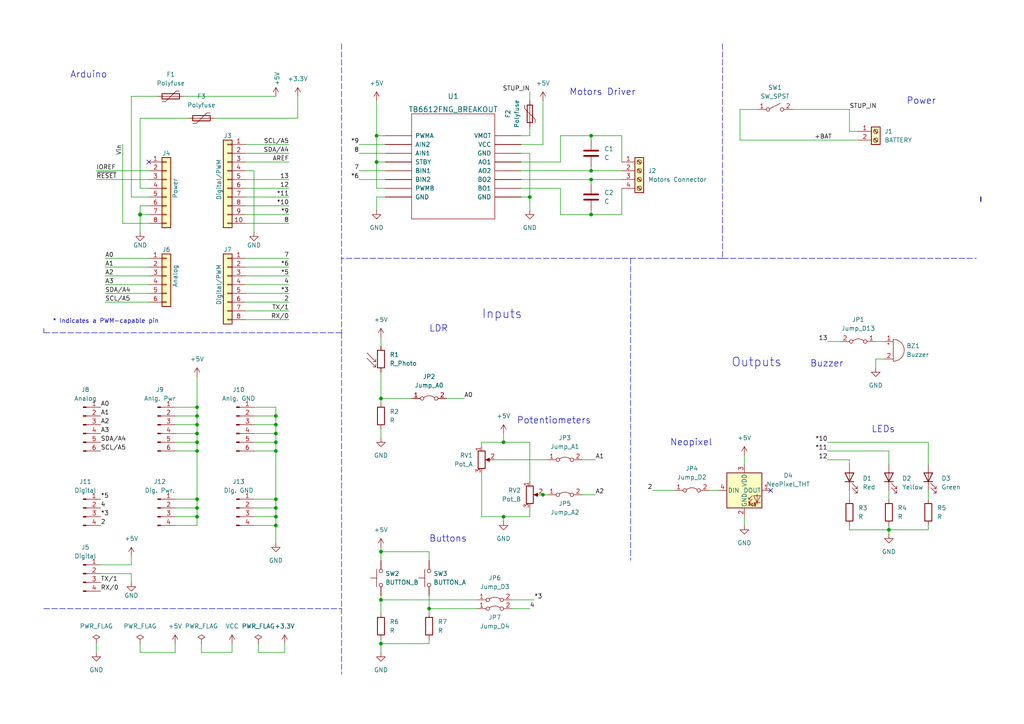
<source format=kicad_sch>
(kicad_sch (version 20211123) (generator eeschema)
  (paper "A4")
  (title_block (date "mar. 31 mars 2015"))
  (lib_symbols
    (symbol "Connector:Conn_01x04_Male" (pin_names (offset 1.016) hide)
      (property "Reference" "J" (at 0 5.08 0))
      (property "Value" "Conn_01x04_Male" (at 0 -7.62 0))
      (symbol "Conn_01x04_Male_1_1"
        (polyline (pts (xy 1.27 -5.08) (xy 0.8636 -5.08)) (stroke (width 0.1524)))
        (polyline (pts (xy 1.27 -2.54) (xy 0.8636 -2.54)) (stroke (width 0.1524)))
        (polyline (pts (xy 1.27 0) (xy 0.8636 0)) (stroke (width 0.1524)))
        (polyline (pts (xy 1.27 2.54) (xy 0.8636 2.54)) (stroke (width 0.1524)))
        (rectangle (start 0.8636 -4.953) (end 0 -5.207) (stroke (width 0.1524)) (fill (type outline)))
        (rectangle (start 0.8636 -2.413) (end 0 -2.667) (stroke (width 0.1524)) (fill (type outline)))
        (rectangle (start 0.8636 0.127) (end 0 -0.127) (stroke (width 0.1524)) (fill (type outline)))
        (rectangle (start 0.8636 2.667) (end 0 2.413) (stroke (width 0.1524)) (fill (type outline)))
        (pin passive line (at 5.08 2.54 180) (length 3.81) (name "Pin_1") (number "1"))
        (pin passive line (at 5.08 0 180) (length 3.81) (name "Pin_2") (number "2"))
        (pin passive line (at 5.08 -2.54 180) (length 3.81) (name "Pin_3") (number "3"))
        (pin passive line (at 5.08 -5.08 180) (length 3.81) (name "Pin_4") (number "4"))
      )
    )
    (symbol "Connector:Conn_01x06_Male" (pin_names (offset 1.016) hide)
      (property "Reference" "J" (at 0 7.62 0))
      (property "Value" "Conn_01x06_Male" (at 0 -10.16 0))
      (symbol "Conn_01x06_Male_1_1"
        (polyline (pts (xy 1.27 -7.62) (xy 0.8636 -7.62)) (stroke (width 0.1524)))
        (polyline (pts (xy 1.27 -5.08) (xy 0.8636 -5.08)) (stroke (width 0.1524)))
        (polyline (pts (xy 1.27 -2.54) (xy 0.8636 -2.54)) (stroke (width 0.1524)))
        (polyline (pts (xy 1.27 0) (xy 0.8636 0)) (stroke (width 0.1524)))
        (polyline (pts (xy 1.27 2.54) (xy 0.8636 2.54)) (stroke (width 0.1524)))
        (polyline (pts (xy 1.27 5.08) (xy 0.8636 5.08)) (stroke (width 0.1524)))
        (rectangle (start 0.8636 -7.493) (end 0 -7.747) (stroke (width 0.1524)) (fill (type outline)))
        (rectangle (start 0.8636 -4.953) (end 0 -5.207) (stroke (width 0.1524)) (fill (type outline)))
        (rectangle (start 0.8636 -2.413) (end 0 -2.667) (stroke (width 0.1524)) (fill (type outline)))
        (rectangle (start 0.8636 0.127) (end 0 -0.127) (stroke (width 0.1524)) (fill (type outline)))
        (rectangle (start 0.8636 2.667) (end 0 2.413) (stroke (width 0.1524)) (fill (type outline)))
        (rectangle (start 0.8636 5.207) (end 0 4.953) (stroke (width 0.1524)) (fill (type outline)))
        (pin passive line (at 5.08 5.08 180) (length 3.81) (name "Pin_1") (number "1"))
        (pin passive line (at 5.08 2.54 180) (length 3.81) (name "Pin_2") (number "2"))
        (pin passive line (at 5.08 0 180) (length 3.81) (name "Pin_3") (number "3"))
        (pin passive line (at 5.08 -2.54 180) (length 3.81) (name "Pin_4") (number "4"))
        (pin passive line (at 5.08 -5.08 180) (length 3.81) (name "Pin_5") (number "5"))
        (pin passive line (at 5.08 -7.62 180) (length 3.81) (name "Pin_6") (number "6"))
      )
    )
    (symbol "Connector:Screw_Terminal_01x02" (pin_names (offset 1.016) hide)
      (property "Reference" "J" (at 0 2.54 0))
      (property "Value" "Screw_Terminal_01x02" (at 0 -5.08 0))
      (symbol "Screw_Terminal_01x02_1_1"
        (rectangle (start -1.27 1.27) (end 1.27 -3.81) (stroke (width 0.254)) (fill (type background)))
        (circle (center 0 -2.54) (radius 0.635) (stroke (width 0.1524)))
        (polyline (pts (xy -0.5334 -2.2098) (xy 0.3302 -3.048)) (stroke (width 0.1524)))
        (polyline (pts (xy -0.5334 0.3302) (xy 0.3302 -0.508)) (stroke (width 0.1524)))
        (polyline (pts (xy -0.3556 -2.032) (xy 0.508 -2.8702)) (stroke (width 0.1524)))
        (polyline (pts (xy -0.3556 0.508) (xy 0.508 -0.3302)) (stroke (width 0.1524)))
        (circle (center 0 0) (radius 0.635) (stroke (width 0.1524)))
        (pin passive line (at -5.08 0 0) (length 3.81) (name "Pin_1") (number "1"))
        (pin passive line (at -5.08 -2.54 0) (length 3.81) (name "Pin_2") (number "2"))
      )
    )
    (symbol "Connector:Screw_Terminal_01x04" (pin_names (offset 1.016) hide)
      (property "Reference" "J" (at 0 5.08 0))
      (property "Value" "Screw_Terminal_01x04" (at 0 -7.62 0))
      (symbol "Screw_Terminal_01x04_1_1"
        (rectangle (start -1.27 3.81) (end 1.27 -6.35) (stroke (width 0.254)) (fill (type background)))
        (circle (center 0 -5.08) (radius 0.635) (stroke (width 0.1524)))
        (circle (center 0 -2.54) (radius 0.635) (stroke (width 0.1524)))
        (polyline (pts (xy -0.5334 -4.7498) (xy 0.3302 -5.588)) (stroke (width 0.1524)))
        (polyline (pts (xy -0.5334 -2.2098) (xy 0.3302 -3.048)) (stroke (width 0.1524)))
        (polyline (pts (xy -0.5334 0.3302) (xy 0.3302 -0.508)) (stroke (width 0.1524)))
        (polyline (pts (xy -0.5334 2.8702) (xy 0.3302 2.032)) (stroke (width 0.1524)))
        (polyline (pts (xy -0.3556 -4.572) (xy 0.508 -5.4102)) (stroke (width 0.1524)))
        (polyline (pts (xy -0.3556 -2.032) (xy 0.508 -2.8702)) (stroke (width 0.1524)))
        (polyline (pts (xy -0.3556 0.508) (xy 0.508 -0.3302)) (stroke (width 0.1524)))
        (polyline (pts (xy -0.3556 3.048) (xy 0.508 2.2098)) (stroke (width 0.1524)))
        (circle (center 0 0) (radius 0.635) (stroke (width 0.1524)))
        (circle (center 0 2.54) (radius 0.635) (stroke (width 0.1524)))
        (pin passive line (at -5.08 2.54 0) (length 3.81) (name "Pin_1") (number "1"))
        (pin passive line (at -5.08 0 0) (length 3.81) (name "Pin_2") (number "2"))
        (pin passive line (at -5.08 -2.54 0) (length 3.81) (name "Pin_3") (number "3"))
        (pin passive line (at -5.08 -5.08 0) (length 3.81) (name "Pin_4") (number "4"))
      )
    )
    (symbol "Connector_Generic:Conn_01x06" (pin_names (offset 1.016) hide)
      (property "Reference" "J" (at 0 7.62 0))
      (property "Value" "Conn_01x06" (at 0 -10.16 0))
      (symbol "Conn_01x06_1_1"
        (rectangle (start -1.27 -7.493) (end 0 -7.747) (stroke (width 0.1524)))
        (rectangle (start -1.27 -4.953) (end 0 -5.207) (stroke (width 0.1524)))
        (rectangle (start -1.27 -2.413) (end 0 -2.667) (stroke (width 0.1524)))
        (rectangle (start -1.27 0.127) (end 0 -0.127) (stroke (width 0.1524)))
        (rectangle (start -1.27 2.667) (end 0 2.413) (stroke (width 0.1524)))
        (rectangle (start -1.27 5.207) (end 0 4.953) (stroke (width 0.1524)))
        (rectangle (start -1.27 6.35) (end 1.27 -8.89) (stroke (width 0.254)) (fill (type background)))
        (pin passive line (at -5.08 5.08 0) (length 3.81) (name "Pin_1") (number "1"))
        (pin passive line (at -5.08 2.54 0) (length 3.81) (name "Pin_2") (number "2"))
        (pin passive line (at -5.08 0 0) (length 3.81) (name "Pin_3") (number "3"))
        (pin passive line (at -5.08 -2.54 0) (length 3.81) (name "Pin_4") (number "4"))
        (pin passive line (at -5.08 -5.08 0) (length 3.81) (name "Pin_5") (number "5"))
        (pin passive line (at -5.08 -7.62 0) (length 3.81) (name "Pin_6") (number "6"))
      )
    )
    (symbol "Connector_Generic:Conn_01x08" (pin_names (offset 1.016) hide)
      (property "Reference" "J" (at 0 10.16 0))
      (property "Value" "Conn_01x08" (at 0 -12.7 0))
      (symbol "Conn_01x08_1_1"
        (rectangle (start -1.27 -10.033) (end 0 -10.287) (stroke (width 0.1524)))
        (rectangle (start -1.27 -7.493) (end 0 -7.747) (stroke (width 0.1524)))
        (rectangle (start -1.27 -4.953) (end 0 -5.207) (stroke (width 0.1524)))
        (rectangle (start -1.27 -2.413) (end 0 -2.667) (stroke (width 0.1524)))
        (rectangle (start -1.27 0.127) (end 0 -0.127) (stroke (width 0.1524)))
        (rectangle (start -1.27 2.667) (end 0 2.413) (stroke (width 0.1524)))
        (rectangle (start -1.27 5.207) (end 0 4.953) (stroke (width 0.1524)))
        (rectangle (start -1.27 7.747) (end 0 7.493) (stroke (width 0.1524)))
        (rectangle (start -1.27 8.89) (end 1.27 -11.43) (stroke (width 0.254)) (fill (type background)))
        (pin passive line (at -5.08 7.62 0) (length 3.81) (name "Pin_1") (number "1"))
        (pin passive line (at -5.08 5.08 0) (length 3.81) (name "Pin_2") (number "2"))
        (pin passive line (at -5.08 2.54 0) (length 3.81) (name "Pin_3") (number "3"))
        (pin passive line (at -5.08 0 0) (length 3.81) (name "Pin_4") (number "4"))
        (pin passive line (at -5.08 -2.54 0) (length 3.81) (name "Pin_5") (number "5"))
        (pin passive line (at -5.08 -5.08 0) (length 3.81) (name "Pin_6") (number "6"))
        (pin passive line (at -5.08 -7.62 0) (length 3.81) (name "Pin_7") (number "7"))
        (pin passive line (at -5.08 -10.16 0) (length 3.81) (name "Pin_8") (number "8"))
      )
    )
    (symbol "Connector_Generic:Conn_01x10" (pin_names (offset 1.016) hide)
      (property "Reference" "J" (at 0 12.7 0))
      (property "Value" "Conn_01x10" (at 0 -15.24 0))
      (symbol "Conn_01x10_1_1"
        (rectangle (start -1.27 -12.573) (end 0 -12.827) (stroke (width 0.1524)))
        (rectangle (start -1.27 -10.033) (end 0 -10.287) (stroke (width 0.1524)))
        (rectangle (start -1.27 -7.493) (end 0 -7.747) (stroke (width 0.1524)))
        (rectangle (start -1.27 -4.953) (end 0 -5.207) (stroke (width 0.1524)))
        (rectangle (start -1.27 -2.413) (end 0 -2.667) (stroke (width 0.1524)))
        (rectangle (start -1.27 0.127) (end 0 -0.127) (stroke (width 0.1524)))
        (rectangle (start -1.27 2.667) (end 0 2.413) (stroke (width 0.1524)))
        (rectangle (start -1.27 5.207) (end 0 4.953) (stroke (width 0.1524)))
        (rectangle (start -1.27 7.747) (end 0 7.493) (stroke (width 0.1524)))
        (rectangle (start -1.27 10.287) (end 0 10.033) (stroke (width 0.1524)))
        (rectangle (start -1.27 11.43) (end 1.27 -13.97) (stroke (width 0.254)) (fill (type background)))
        (pin passive line (at -5.08 10.16 0) (length 3.81) (name "Pin_1") (number "1"))
        (pin passive line (at -5.08 -12.7 0) (length 3.81) (name "Pin_10") (number "10"))
        (pin passive line (at -5.08 7.62 0) (length 3.81) (name "Pin_2") (number "2"))
        (pin passive line (at -5.08 5.08 0) (length 3.81) (name "Pin_3") (number "3"))
        (pin passive line (at -5.08 2.54 0) (length 3.81) (name "Pin_4") (number "4"))
        (pin passive line (at -5.08 0 0) (length 3.81) (name "Pin_5") (number "5"))
        (pin passive line (at -5.08 -2.54 0) (length 3.81) (name "Pin_6") (number "6"))
        (pin passive line (at -5.08 -5.08 0) (length 3.81) (name "Pin_7") (number "7"))
        (pin passive line (at -5.08 -7.62 0) (length 3.81) (name "Pin_8") (number "8"))
        (pin passive line (at -5.08 -10.16 0) (length 3.81) (name "Pin_9") (number "9"))
      )
    )
    (symbol "Device:Buzzer" (pin_names (offset 0.0254) hide)
      (property "Reference" "BZ" (at 3.81 1.27 0))
      (property "Value" "Buzzer" (at 3.81 -1.27 0))
      (symbol "Buzzer_0_1"
        (arc (start 0 -3.175) (mid 3.175 0) (end 0 3.175))
        (polyline (pts (xy -1.651 1.905) (xy -1.143 1.905)))
        (polyline (pts (xy -1.397 2.159) (xy -1.397 1.651)))
        (polyline (pts (xy 0 3.175) (xy 0 -3.175)))
      )
      (symbol "Buzzer_1_1"
        (pin passive line (at -2.54 2.54 0) (length 2.54) (name "-") (number "1"))
        (pin passive line (at -2.54 -2.54 0) (length 2.54) (name "+") (number "2"))
      )
    )
    (symbol "Device:C" (pin_numbers hide) (pin_names (offset 0.254))
      (property "Reference" "C" (at 0.635 2.54 0))
      (property "Value" "C" (at 0.635 -2.54 0))
      (symbol "C_0_1"
        (polyline (pts (xy -2.032 -0.762) (xy 2.032 -0.762)) (stroke (width 0.508)))
        (polyline (pts (xy -2.032 0.762) (xy 2.032 0.762)) (stroke (width 0.508)))
      )
      (symbol "C_1_1"
        (pin passive line (at 0 3.81 270) (length 2.794) (name "~") (number "1"))
        (pin passive line (at 0 -3.81 90) (length 2.794) (name "~") (number "2"))
      )
    )
    (symbol "Device:LED" (pin_numbers hide) (pin_names (offset 1.016) hide)
      (property "Reference" "D" (at 0 2.54 0))
      (property "Value" "LED" (at 0 -2.54 0))
      (symbol "LED_0_1"
        (polyline (pts (xy -1.27 -1.27) (xy -1.27 1.27)) (stroke (width 0.254)))
        (polyline (pts (xy -1.27 0) (xy 1.27 0)))
        (polyline (pts (xy 1.27 -1.27) (xy 1.27 1.27) (xy -1.27 0) (xy 1.27 -1.27)) (stroke (width 0.254)))
        (polyline (pts (xy -3.048 -0.762) (xy -4.572 -2.286) (xy -3.81 -2.286) (xy -4.572 -2.286) (xy -4.572 -1.524)))
        (polyline (pts (xy -1.778 -0.762) (xy -3.302 -2.286) (xy -2.54 -2.286) (xy -3.302 -2.286) (xy -3.302 -1.524)))
      )
      (symbol "LED_1_1"
        (pin passive line (at -3.81 0 0) (length 2.54) (name "K") (number "1"))
        (pin passive line (at 3.81 0 180) (length 2.54) (name "A") (number "2"))
      )
    )
    (symbol "Device:Polyfuse" (pin_numbers hide) (pin_names (offset 0))
      (property "Reference" "F" (at -2.54 0 90))
      (property "Value" "Polyfuse" (at 2.54 0 90))
      (symbol "Polyfuse_0_1"
        (rectangle (start -0.762 2.54) (end 0.762 -2.54) (stroke (width 0.254)))
        (polyline (pts (xy 0 2.54) (xy 0 -2.54)))
        (polyline (pts (xy -1.524 2.54) (xy -1.524 1.524) (xy 1.524 -1.524) (xy 1.524 -2.54)))
      )
      (symbol "Polyfuse_1_1"
        (pin passive line (at 0 3.81 270) (length 1.27) (name "~") (number "1"))
        (pin passive line (at 0 -3.81 90) (length 1.27) (name "~") (number "2"))
      )
    )
    (symbol "Device:R" (pin_numbers hide) (pin_names (offset 0))
      (property "Reference" "R" (at 2.032 0 90))
      (property "Value" "R" (at 0 0 90))
      (symbol "R_0_1"
        (rectangle (start -1.016 -2.54) (end 1.016 2.54) (stroke (width 0.254)))
      )
      (symbol "R_1_1"
        (pin passive line (at 0 3.81 270) (length 1.27) (name "~") (number "1"))
        (pin passive line (at 0 -3.81 90) (length 1.27) (name "~") (number "2"))
      )
    )
    (symbol "Device:R_Photo" (pin_numbers hide) (pin_names (offset 0))
      (property "Reference" "R" (at 1.27 1.27 0))
      (property "Value" "R_Photo" (at 1.27 0 0))
      (symbol "R_Photo_0_1"
        (rectangle (start -1.016 2.54) (end 1.016 -2.54) (stroke (width 0.254)))
        (polyline (pts (xy -1.524 -2.286) (xy -4.064 0.254)))
        (polyline (pts (xy -1.524 -2.286) (xy -2.286 -2.286)))
        (polyline (pts (xy -1.524 -2.286) (xy -1.524 -1.524)))
        (polyline (pts (xy -1.524 -0.762) (xy -4.064 1.778)))
        (polyline (pts (xy -1.524 -0.762) (xy -2.286 -0.762)))
        (polyline (pts (xy -1.524 -0.762) (xy -1.524 0)))
      )
      (symbol "R_Photo_1_1"
        (pin passive line (at 0 3.81 270) (length 1.27) (name "~") (number "1"))
        (pin passive line (at 0 -3.81 90) (length 1.27) (name "~") (number "2"))
      )
    )
    (symbol "Device:R_Potentiometer" (pin_names (offset 1.016) hide)
      (property "Reference" "RV" (at -4.445 0 90))
      (property "Value" "R_Potentiometer" (at -2.54 0 90))
      (symbol "R_Potentiometer_0_1"
        (polyline (pts (xy 2.54 0) (xy 1.524 0)))
        (polyline (pts (xy 1.143 0) (xy 2.286 0.508) (xy 2.286 -0.508) (xy 1.143 0)) (fill (type outline)))
        (rectangle (start 1.016 2.54) (end -1.016 -2.54) (stroke (width 0.254)))
      )
      (symbol "R_Potentiometer_1_1"
        (pin passive line (at 0 3.81 270) (length 1.27) (name "1") (number "1"))
        (pin passive line (at 3.81 0 180) (length 1.27) (name "2") (number "2"))
        (pin passive line (at 0 -3.81 90) (length 1.27) (name "3") (number "3"))
      )
    )
    (symbol "Jumper:Jumper_2_Bridged" (pin_names (offset 0) hide)
      (property "Reference" "JP" (at 0 1.905 0))
      (property "Value" "Jumper_2_Bridged" (at 0 -2.54 0))
      (symbol "Jumper_2_Bridged_0_0"
        (circle (center -2.032 0) (radius 0.508))
        (circle (center 2.032 0) (radius 0.508))
      )
      (symbol "Jumper_2_Bridged_0_1"
        (arc (start 1.524 0.254) (mid 0 0.762) (end -1.524 0.254))
      )
      (symbol "Jumper_2_Bridged_1_1"
        (pin passive line (at -5.08 0 0) (length 2.54) (name "A") (number "1"))
        (pin passive line (at 5.08 0 180) (length 2.54) (name "B") (number "2"))
      )
    )
    (symbol "LED:NeoPixel_THT" (pin_names (offset 0.254))
      (property "Reference" "D" (at 5.08 5.715 0))
      (property "Value" "NeoPixel_THT" (at 1.27 -5.715 0))
      (symbol "NeoPixel_THT_0_0"
        (text "RGB" (at 2.286 -4.191 0) (effects (font (size 0.762 0.762))))
      )
      (symbol "NeoPixel_THT_0_1"
        (polyline (pts (xy 1.27 -3.556) (xy 1.778 -3.556)))
        (polyline (pts (xy 1.27 -2.54) (xy 1.778 -2.54)))
        (polyline (pts (xy 4.699 -3.556) (xy 2.667 -3.556)))
        (polyline (pts (xy 2.286 -2.54) (xy 1.27 -3.556) (xy 1.27 -3.048)))
        (polyline (pts (xy 2.286 -1.524) (xy 1.27 -2.54) (xy 1.27 -2.032)))
        (polyline (pts (xy 3.683 -1.016) (xy 3.683 -3.556) (xy 3.683 -4.064)))
        (polyline (pts (xy 4.699 -1.524) (xy 2.667 -1.524) (xy 3.683 -3.556) (xy 4.699 -1.524)))
        (rectangle (start 5.08 5.08) (end -5.08 -5.08) (stroke (width 0.254)) (fill (type background)))
      )
      (symbol "NeoPixel_THT_1_1"
        (pin output line (at 7.62 0 180) (length 2.54) (name "DOUT") (number "1"))
        (pin power_in line (at 0 -7.62 90) (length 2.54) (name "GND") (number "2"))
        (pin power_in line (at 0 7.62 270) (length 2.54) (name "VDD") (number "3"))
        (pin input line (at -7.62 0 0) (length 2.54) (name "DIN") (number "4"))
      )
    )
    (symbol "Switch:SW_Push" (pin_numbers hide) (pin_names (offset 1.016) hide)
      (property "Reference" "SW" (at 1.27 2.54 0))
      (property "Value" "SW_Push" (at 0 -1.524 0))
      (symbol "SW_Push_0_1"
        (circle (center -2.032 0) (radius 0.508))
        (polyline (pts (xy 0 1.27) (xy 0 3.048)))
        (polyline (pts (xy 2.54 1.27) (xy -2.54 1.27)))
        (circle (center 2.032 0) (radius 0.508))
        (pin passive line (at -5.08 0 0) (length 2.54) (name "1") (number "1"))
        (pin passive line (at 5.08 0 180) (length 2.54) (name "2") (number "2"))
      )
    )
    (symbol "Switch:SW_SPST" (pin_names (offset 0) hide)
      (property "Reference" "SW" (at 0 3.175 0))
      (property "Value" "SW_SPST" (at 0 -2.54 0))
      (symbol "SW_SPST_0_0"
        (circle (center -2.032 0) (radius 0.508))
        (polyline (pts (xy -1.524 0.254) (xy 1.524 1.778)))
        (circle (center 2.032 0) (radius 0.508))
      )
      (symbol "SW_SPST_1_1"
        (pin passive line (at -5.08 0 0) (length 2.54) (name "A") (number "1"))
        (pin passive line (at 5.08 0 180) (length 2.54) (name "B") (number "2"))
      )
    )
    (symbol "bl_kicad:TB6612FNG_BREAKOUT" (pin_numbers hide) (pin_names (offset 1.016))
      (property "Reference" "U" (at 13.97 15.24 0))
      (property "Value" "TB6612FNG_BREAKOUT" (at 0 1.27 90))
      (symbol "TB6612FNG_BREAKOUT_0_1"
        (rectangle (start -12.7 16.51) (end 11.43 -13.97))
      )
      (symbol "TB6612FNG_BREAKOUT_1_1"
        (pin input line (at -20.32 10.16 0) (length 7.62) (name "VMOT") (number "1"))
        (pin input line (at 19.05 -5.08 180) (length 7.62) (name "PWMB") (number "10"))
        (pin input line (at 19.05 -2.54 180) (length 7.62) (name "BIN2") (number "11"))
        (pin input line (at 19.05 0 180) (length 7.62) (name "BIN1") (number "12"))
        (pin input line (at 19.05 2.54 180) (length 7.62) (name "STBY") (number "13"))
        (pin input line (at 19.05 5.08 180) (length 7.62) (name "AIN1") (number "14"))
        (pin input line (at 19.05 7.62 180) (length 7.62) (name "AIN2") (number "15"))
        (pin input line (at 19.05 10.16 180) (length 7.62) (name "PWMA") (number "16"))
        (pin input line (at -20.32 7.62 0) (length 7.62) (name "VCC") (number "2"))
        (pin input line (at -20.32 5.08 0) (length 7.62) (name "GND") (number "3"))
        (pin output line (at -20.32 2.54 0) (length 7.62) (name "AO1") (number "4"))
        (pin output line (at -20.32 0 0) (length 7.62) (name "AO2") (number "5"))
        (pin output line (at -20.32 -2.54 0) (length 7.62) (name "BO2") (number "6"))
        (pin output line (at -20.32 -5.08 0) (length 7.62) (name "BO1") (number "7"))
        (pin input line (at -20.32 -7.62 0) (length 7.62) (name "GND") (number "8"))
        (pin input line (at 19.05 -7.62 180) (length 7.62) (name "GND") (number "9"))
      )
    )
    (symbol "power:+3.3V" (power) (pin_names (offset 0))
      (property "Value" "+3.3V" (at 0 3.556 0))
      (symbol "+3.3V_0_1"
        (polyline (pts (xy -0.762 1.27) (xy 0 2.54)))
        (polyline (pts (xy 0 0) (xy 0 2.54)))
        (polyline (pts (xy 0 2.54) (xy 0.762 1.27)))
      )
      (symbol "+3.3V_1_1"
        (pin power_in line (at 0 0 90) (length 0) hide (name "+3.3V") (number "1"))
      )
    )
    (symbol "power:+5V" (power) (pin_names (offset 0))
      (property "Value" "+5V" (at 0 3.556 0))
      (symbol "+5V_0_1"
        (polyline (pts (xy -0.762 1.27) (xy 0 2.54)))
        (polyline (pts (xy 0 0) (xy 0 2.54)))
        (polyline (pts (xy 0 2.54) (xy 0.762 1.27)))
      )
      (symbol "+5V_1_1"
        (pin power_in line (at 0 0 90) (length 0) hide (name "+5V") (number "1"))
      )
    )
    (symbol "power:GND" (power) (pin_names (offset 0))
      (property "Value" "GND" (at 0 -3.81 0))
      (symbol "GND_0_1"
        (polyline (pts (xy 0 0) (xy 0 -1.27) (xy 1.27 -1.27) (xy 0 -2.54) (xy -1.27 -1.27) (xy 0 -1.27)))
      )
      (symbol "GND_1_1"
        (pin power_in line (at 0 0 270) (length 0) hide (name "GND") (number "1"))
      )
    )
    (symbol "power:PWR_FLAG" (power) (pin_numbers hide) (pin_names (offset 0) hide)
      (property "Value" "PWR_FLAG" (at 0 3.81 0))
      (symbol "PWR_FLAG_0_0"
        (pin power_out line (at 0 0 90) (length 0) (name "pwr") (number "1"))
      )
      (symbol "PWR_FLAG_0_1"
        (polyline (pts (xy 0 0) (xy 0 1.27) (xy -1.016 1.905) (xy 0 2.54) (xy 1.016 1.905) (xy 0 1.27)))
      )
    )
    (symbol "power:VCC" (power) (pin_names (offset 0))
      (property "Value" "VCC" (at 0 3.81 0))
      (symbol "VCC_0_1"
        (polyline (pts (xy -0.762 1.27) (xy 0 2.54)))
        (polyline (pts (xy 0 0) (xy 0 2.54)))
        (polyline (pts (xy 0 2.54) (xy 0.762 1.27)))
      )
      (symbol "VCC_1_1"
        (pin power_in line (at 0 0 90) (length 0) hide (name "VCC") (number "1"))
      )
    )
  )
  (junction (at 124.46 176.53))
  (junction (at 57.15 118.11))
  (junction (at 57.15 125.73))
  (junction (at 57.15 123.19))
  (junction (at 171.45 39.37))
  (junction (at 110.49 115.57))
  (junction (at 80.01 149.86))
  (junction (at 80.01 123.19))
  (junction (at 40.64 62.23) (diameter 1.016))
  (junction (at 110.49 173.99))
  (junction (at 80.01 125.73))
  (junction (at 80.01 144.78))
  (junction (at 57.15 128.27))
  (junction (at 80.01 130.81))
  (junction (at 157.48 143.51))
  (junction (at 110.49 160.02))
  (junction (at 109.22 39.37))
  (junction (at 57.15 144.78))
  (junction (at 57.15 130.81))
  (junction (at 171.45 62.23))
  (junction (at 257.81 153.67))
  (junction (at 80.01 147.32))
  (junction (at 57.15 120.65))
  (junction (at 153.67 57.15))
  (junction (at 109.22 46.99))
  (junction (at 80.01 120.65))
  (junction (at 146.05 149.86))
  (junction (at 57.15 147.32))
  (junction (at 171.45 49.53))
  (junction (at 80.01 128.27))
  (junction (at 110.49 186.69))
  (junction (at 146.05 128.27))
  (junction (at 80.01 152.4))
  (junction (at 57.15 149.86))
  (junction (at 171.45 52.07))
  (no_connect (at 43.18 46.99))
  (no_connect (at 223.52 142.24))
  (wire (pts (xy 71.12 92.71) (xy 83.82 92.71)))
  (wire (pts (xy 257.81 142.24) (xy 257.81 144.78)))
  (wire (pts (xy 110.49 97.79) (xy 110.49 100.33)))
  (polyline (pts (xy 209.55 12.7) (xy 209.55 66.04)))
  (polyline (pts (xy 209.55 74.93) (xy 99.06 74.93)))
  (wire (pts (xy 71.12 59.69) (xy 83.82 59.69)))
  (wire (pts (xy 80.01 125.73) (xy 80.01 123.19)))
  (wire (pts (xy 246.38 134.62) (xy 246.38 133.35)))
  (wire (pts (xy 240.03 133.35) (xy 246.38 133.35)))
  (wire (pts (xy 153.67 128.27) (xy 153.67 139.7)))
  (wire (pts (xy 162.56 46.99) (xy 162.56 39.37)))
  (wire (pts (xy 71.12 41.91) (xy 83.82 41.91)))
  (wire (pts (xy 110.49 124.46) (xy 110.49 127)))
  (wire (pts (xy 40.64 34.29) (xy 54.61 34.29)))
  (wire (pts (xy 86.36 27.94) (xy 86.36 34.29)))
  (wire (pts (xy 153.67 44.45) (xy 153.67 57.15)))
  (wire (pts (xy 151.13 49.53) (xy 171.45 49.53)))
  (wire (pts (xy 157.48 143.51) (xy 158.75 143.51)))
  (wire (pts (xy 257.81 134.62) (xy 257.81 130.81)))
  (wire (pts (xy 124.46 176.53) (xy 124.46 177.8)))
  (wire (pts (xy 40.64 59.69) (xy 40.64 62.23)))
  (wire (pts (xy 30.48 87.63) (xy 43.18 87.63)))
  (wire (pts (xy 57.15 120.65) (xy 57.15 118.11)))
  (wire (pts (xy 168.91 143.51) (xy 172.72 143.51)))
  (wire (pts (xy 110.49 107.95) (xy 110.49 115.57)))
  (wire (pts (xy 269.24 134.62) (xy 269.24 128.27)))
  (wire (pts (xy 139.7 128.27) (xy 146.05 128.27)))
  (wire (pts (xy 254 99.06) (xy 256.54 99.06)))
  (wire (pts (xy 110.49 173.99) (xy 110.49 177.8)))
  (wire (pts (xy 240.03 99.06) (xy 243.84 99.06)))
  (wire (pts (xy 110.49 173.99) (xy 138.43 173.99)))
  (wire (pts (xy 215.9 149.86) (xy 215.9 152.4)))
  (wire (pts (xy 50.8 147.32) (xy 57.15 147.32)))
  (wire (pts (xy 171.45 52.07) (xy 180.34 52.07)))
  (wire (pts (xy 80.01 128.27) (xy 80.01 125.73)))
  (wire (pts (xy 40.64 62.23) (xy 40.64 67.31)))
  (wire (pts (xy 57.15 128.27) (xy 57.15 125.73)))
  (wire (pts (xy 146.05 128.27) (xy 153.67 128.27)))
  (wire (pts (xy 38.1 27.94) (xy 45.72 27.94)))
  (wire (pts (xy 40.64 54.61) (xy 43.18 54.61)))
  (wire (pts (xy 162.56 39.37) (xy 171.45 39.37)))
  (wire (pts (xy 38.1 57.15) (xy 43.18 57.15)))
  (wire (pts (xy 57.15 125.73) (xy 57.15 123.19)))
  (wire (pts (xy 50.8 123.19) (xy 57.15 123.19)))
  (wire (pts (xy 171.45 39.37) (xy 180.34 39.37)))
  (wire (pts (xy 240.03 130.81) (xy 257.81 130.81)))
  (wire (pts (xy 240.03 128.27) (xy 269.24 128.27)))
  (wire (pts (xy 148.59 176.53) (xy 153.67 176.53)))
  (wire (pts (xy 71.12 52.07) (xy 83.82 52.07)))
  (wire (pts (xy 73.66 147.32) (xy 80.01 147.32)))
  (polyline (pts (xy 99.06 74.93) (xy 99.06 96.52)))
  (wire (pts (xy 71.12 74.93) (xy 83.82 74.93)))
  (wire (pts (xy 50.8 120.65) (xy 57.15 120.65)))
  (wire (pts (xy 43.18 74.93) (xy 30.48 74.93)))
  (wire (pts (xy 104.14 41.91) (xy 111.76 41.91)))
  (wire (pts (xy 71.12 54.61) (xy 83.82 54.61)))
  (wire (pts (xy 189.23 142.24) (xy 195.58 142.24)))
  (wire (pts (xy 27.94 186.69) (xy 27.94 189.23)))
  (polyline (pts (xy 99.06 96.52) (xy 12.7 96.52)))
  (wire (pts (xy 71.12 77.47) (xy 83.82 77.47)))
  (wire (pts (xy 110.49 115.57) (xy 110.49 116.84)))
  (wire (pts (xy 139.7 129.54) (xy 139.7 128.27)))
  (wire (pts (xy 153.67 39.37) (xy 153.67 36.83)))
  (polyline (pts (xy 80.01 176.53) (xy 99.06 176.53)))
  (wire (pts (xy 74.93 186.69) (xy 74.93 189.23)))
  (wire (pts (xy 104.14 44.45) (xy 111.76 44.45)))
  (wire (pts (xy 153.67 149.86) (xy 153.67 147.32)))
  (wire (pts (xy 139.7 137.16) (xy 139.7 149.86)))
  (wire (pts (xy 146.05 149.86) (xy 146.05 151.13)))
  (wire (pts (xy 156.21 143.51) (xy 157.48 143.51)))
  (wire (pts (xy 57.15 152.4) (xy 57.15 149.86)))
  (wire (pts (xy 124.46 176.53) (xy 138.43 176.53)))
  (wire (pts (xy 151.13 46.99) (xy 162.56 46.99)))
  (wire (pts (xy 110.49 160.02) (xy 110.49 162.56)))
  (wire (pts (xy 29.21 163.83) (xy 38.1 163.83)))
  (wire (pts (xy 50.8 130.81) (xy 57.15 130.81)))
  (wire (pts (xy 71.12 62.23) (xy 83.82 62.23)))
  (wire (pts (xy 153.67 26.67) (xy 153.67 29.21)))
  (polyline (pts (xy 12.7 176.53) (xy 80.01 176.53)))
  (polyline (pts (xy 182.88 74.93) (xy 182.88 162.56)))
  (polyline (pts (xy 209.55 74.93) (xy 283.21 74.93)))
  (wire (pts (xy 246.38 142.24) (xy 246.38 144.78)))
  (wire (pts (xy 71.12 82.55) (xy 83.82 82.55)))
  (wire (pts (xy 205.74 142.24) (xy 208.28 142.24)))
  (wire (pts (xy 269.24 152.4) (xy 269.24 153.67)))
  (wire (pts (xy 73.66 123.19) (xy 80.01 123.19)))
  (wire (pts (xy 80.01 149.86) (xy 80.01 147.32)))
  (wire (pts (xy 171.45 49.53) (xy 180.34 49.53)))
  (wire (pts (xy 27.94 49.53) (xy 43.18 49.53)))
  (wire (pts (xy 153.67 57.15) (xy 153.67 60.96)))
  (wire (pts (xy 254 104.14) (xy 256.54 104.14)))
  (wire (pts (xy 143.51 133.35) (xy 158.75 133.35)))
  (wire (pts (xy 109.22 46.99) (xy 111.76 46.99)))
  (wire (pts (xy 40.64 34.29) (xy 40.64 54.61)))
  (wire (pts (xy 50.8 186.69) (xy 50.8 189.23)))
  (wire (pts (xy 111.76 54.61) (xy 109.22 54.61)))
  (wire (pts (xy 80.01 120.65) (xy 73.66 120.65)))
  (wire (pts (xy 248.92 38.1) (xy 246.38 38.1)))
  (wire (pts (xy 162.56 54.61) (xy 162.56 62.23)))
  (wire (pts (xy 80.01 123.19) (xy 80.01 120.65)))
  (wire (pts (xy 73.66 49.53) (xy 73.66 67.31)))
  (wire (pts (xy 214.63 40.64) (xy 214.63 31.75)))
  (wire (pts (xy 151.13 39.37) (xy 153.67 39.37)))
  (wire (pts (xy 58.42 186.69) (xy 58.42 189.23)))
  (wire (pts (xy 109.22 29.21) (xy 109.22 39.37)))
  (wire (pts (xy 80.01 147.32) (xy 80.01 144.78)))
  (wire (pts (xy 110.49 186.69) (xy 110.49 189.23)))
  (wire (pts (xy 71.12 46.99) (xy 83.82 46.99)))
  (wire (pts (xy 38.1 166.37) (xy 38.1 168.91)))
  (wire (pts (xy 73.66 128.27) (xy 80.01 128.27)))
  (wire (pts (xy 180.34 46.99) (xy 180.34 39.37)))
  (wire (pts (xy 215.9 132.08) (xy 215.9 134.62)))
  (wire (pts (xy 257.81 153.67) (xy 269.24 153.67)))
  (bus (pts (xy 284.48 57.15) (xy 284.48 58.42)))
  (wire (pts (xy 73.66 125.73) (xy 80.01 125.73)))
  (wire (pts (xy 43.18 80.01) (xy 30.48 80.01)))
  (wire (pts (xy 27.94 52.07) (xy 43.18 52.07)))
  (wire (pts (xy 82.55 189.23) (xy 82.55 186.69)))
  (wire (pts (xy 43.18 62.23) (xy 40.64 62.23)))
  (wire (pts (xy 171.45 39.37) (xy 171.45 40.64)))
  (wire (pts (xy 168.91 133.35) (xy 172.72 133.35)))
  (wire (pts (xy 50.8 152.4) (xy 57.15 152.4)))
  (wire (pts (xy 171.45 48.26) (xy 171.45 49.53)))
  (wire (pts (xy 157.48 29.21) (xy 157.48 41.91)))
  (wire (pts (xy 38.1 161.29) (xy 38.1 163.83)))
  (wire (pts (xy 109.22 57.15) (xy 109.22 60.96)))
  (wire (pts (xy 73.66 152.4) (xy 80.01 152.4)))
  (wire (pts (xy 151.13 52.07) (xy 171.45 52.07)))
  (wire (pts (xy 43.18 64.77) (xy 35.56 64.77)))
  (wire (pts (xy 67.31 186.69) (xy 67.31 189.23)))
  (wire (pts (xy 246.38 31.75) (xy 229.87 31.75)))
  (wire (pts (xy 30.48 77.47) (xy 43.18 77.47)))
  (wire (pts (xy 151.13 54.61) (xy 162.56 54.61)))
  (wire (pts (xy 148.59 173.99) (xy 154.94 173.99)))
  (wire (pts (xy 146.05 149.86) (xy 153.67 149.86)))
  (wire (pts (xy 50.8 149.86) (xy 57.15 149.86)))
  (wire (pts (xy 38.1 27.94) (xy 38.1 57.15)))
  (wire (pts (xy 110.49 158.75) (xy 110.49 160.02)))
  (wire (pts (xy 171.45 60.96) (xy 171.45 62.23)))
  (wire (pts (xy 151.13 41.91) (xy 157.48 41.91)))
  (wire (pts (xy 254 106.68) (xy 254 104.14)))
  (wire (pts (xy 139.7 149.86) (xy 146.05 149.86)))
  (wire (pts (xy 109.22 46.99) (xy 109.22 54.61)))
  (wire (pts (xy 180.34 54.61) (xy 180.34 62.23)))
  (wire (pts (xy 80.01 152.4) (xy 80.01 149.86)))
  (wire (pts (xy 74.93 189.23) (xy 82.55 189.23)))
  (wire (pts (xy 71.12 49.53) (xy 73.66 49.53)))
  (wire (pts (xy 57.15 123.19) (xy 57.15 120.65)))
  (wire (pts (xy 171.45 52.07) (xy 171.45 53.34)))
  (polyline (pts (xy 209.55 66.04) (xy 209.55 74.93)))
  (wire (pts (xy 43.18 59.69) (xy 40.64 59.69)))
  (wire (pts (xy 57.15 147.32) (xy 57.15 144.78)))
  (polyline (pts (xy 99.06 12.7) (xy 99.06 74.93)))
  (wire (pts (xy 257.81 152.4) (xy 257.81 153.67)))
  (wire (pts (xy 58.42 189.23) (xy 67.31 189.23)))
  (wire (pts (xy 71.12 57.15) (xy 83.82 57.15)))
  (wire (pts (xy 246.38 38.1) (xy 246.38 31.75)))
  (wire (pts (xy 73.66 144.78) (xy 80.01 144.78)))
  (wire (pts (xy 171.45 62.23) (xy 162.56 62.23)))
  (wire (pts (xy 269.24 142.24) (xy 269.24 144.78)))
  (wire (pts (xy 171.45 62.23) (xy 180.34 62.23)))
  (wire (pts (xy 71.12 80.01) (xy 83.82 80.01)))
  (wire (pts (xy 110.49 115.57) (xy 119.38 115.57)))
  (wire (pts (xy 80.01 130.81) (xy 80.01 128.27)))
  (wire (pts (xy 30.48 82.55) (xy 43.18 82.55)))
  (wire (pts (xy 257.81 153.67) (xy 257.81 154.94)))
  (wire (pts (xy 29.21 166.37) (xy 38.1 166.37)))
  (wire (pts (xy 110.49 172.72) (xy 110.49 173.99)))
  (wire (pts (xy 129.54 115.57) (xy 134.62 115.57)))
  (wire (pts (xy 50.8 125.73) (xy 57.15 125.73)))
  (wire (pts (xy 109.22 39.37) (xy 109.22 46.99)))
  (wire (pts (xy 151.13 57.15) (xy 153.67 57.15)))
  (wire (pts (xy 124.46 160.02) (xy 110.49 160.02)))
  (polyline (pts (xy 99.06 96.52) (xy 99.06 195.58)))
  (wire (pts (xy 246.38 152.4) (xy 246.38 153.67)))
  (wire (pts (xy 50.8 118.11) (xy 57.15 118.11)))
  (wire (pts (xy 151.13 44.45) (xy 153.67 44.45)))
  (wire (pts (xy 57.15 130.81) (xy 57.15 128.27)))
  (wire (pts (xy 40.64 186.69) (xy 40.64 189.23)))
  (wire (pts (xy 80.01 152.4) (xy 80.01 157.48)))
  (wire (pts (xy 109.22 39.37) (xy 111.76 39.37)))
  (wire (pts (xy 104.14 49.53) (xy 111.76 49.53)))
  (wire (pts (xy 73.66 130.81) (xy 80.01 130.81)))
  (wire (pts (xy 57.15 109.22) (xy 57.15 118.11)))
  (wire (pts (xy 71.12 44.45) (xy 83.82 44.45)))
  (polyline (pts (xy 12.7 95.25) (xy 12.7 96.52)))
  (wire (pts (xy 62.23 34.29) (xy 86.36 34.29)))
  (wire (pts (xy 71.12 87.63) (xy 83.82 87.63)))
  (wire (pts (xy 50.8 144.78) (xy 57.15 144.78)))
  (wire (pts (xy 214.63 31.75) (xy 219.71 31.75)))
  (wire (pts (xy 246.38 153.67) (xy 257.81 153.67)))
  (wire (pts (xy 111.76 57.15) (xy 109.22 57.15)))
  (wire (pts (xy 71.12 85.09) (xy 83.82 85.09)))
  (wire (pts (xy 104.14 52.07) (xy 111.76 52.07)))
  (wire (pts (xy 124.46 172.72) (xy 124.46 176.53)))
  (wire (pts (xy 73.66 149.86) (xy 80.01 149.86)))
  (wire (pts (xy 57.15 144.78) (xy 57.15 130.81)))
  (wire (pts (xy 80.01 118.11) (xy 80.01 120.65)))
  (wire (pts (xy 57.15 149.86) (xy 57.15 147.32)))
  (wire (pts (xy 124.46 186.69) (xy 110.49 186.69)))
  (wire (pts (xy 73.66 118.11) (xy 80.01 118.11)))
  (wire (pts (xy 71.12 90.17) (xy 83.82 90.17)))
  (wire (pts (xy 35.56 64.77) (xy 35.56 41.91)))
  (wire (pts (xy 53.34 27.94) (xy 80.01 27.94)))
  (wire (pts (xy 214.63 40.64) (xy 248.92 40.64)))
  (wire (pts (xy 124.46 162.56) (xy 124.46 160.02)))
  (wire (pts (xy 40.64 189.23) (xy 50.8 189.23)))
  (wire (pts (xy 43.18 85.09) (xy 30.48 85.09)))
  (wire (pts (xy 146.05 125.73) (xy 146.05 128.27)))
  (wire (pts (xy 80.01 144.78) (xy 80.01 130.81)))
  (wire (pts (xy 124.46 185.42) (xy 124.46 186.69)))
  (wire (pts (xy 71.12 64.77) (xy 83.82 64.77)))
  (wire (pts (xy 110.49 185.42) (xy 110.49 186.69)))
  (wire (pts (xy 50.8 128.27) (xy 57.15 128.27)))
  (text "Buzzer" (at 234.95 106.68 0) (effects (font (size 1.905 1.905)) (justify left bottom)))
  (text "Potentiometers" (at 149.86 123.19 0) (effects (font (size 1.905 1.905)) (justify left bottom)))
  (text "LDR" (at 124.46 96.52 0) (effects (font (size 1.905 1.905)) (justify left bottom)))
  (text "Motors Driver" (at 165.1 27.94 0) (effects (font (size 1.905 1.905)) (justify left bottom)))
  (text "LEDs" (at 252.73 125.73 0) (effects (font (size 1.905 1.905)) (justify left bottom)))
  (text "Outputs" (at 212.09 106.68 0) (effects (font (size 2.54 2.54)) (justify left bottom)))
  (text "Buttons" (at 124.46 157.48 0) (effects (font (size 1.905 1.905)) (justify left bottom)))
  (text "Power" (at 262.89 30.48 0) (effects (font (size 1.905 1.905)) (justify left bottom)))
  (text "Inputs" (at 139.7 92.71 0) (effects (font (size 2.54 2.54)) (justify left bottom)))
  (text "Neopixel" (at 194.31 129.54 0) (effects (font (size 1.905 1.905)) (justify left bottom)))
  (text "Arduino" (at 20.32 22.86 0) (effects (font (size 1.905 1.905)) (justify left bottom)))
  (text "* Indicates a PWM-capable pin" (at 15.24 93.98 0) (effects (font (size 1.27 1.27)) (justify left bottom)))
  (label "8" (at 104.14 44.45 180))
  (label "RX{slash}0" (at 83.82 92.71 180))
  (label "SDA{slash}A4" (at 29.21 128.27 0))
  (label "A2" (at 30.48 80.01 0))
  (label "4" (at 83.82 82.55 180))
  (label "SCL{slash}A5" (at 29.21 130.81 0))
  (label "*10" (at 240.03 128.27 180))
  (label "*3" (at 29.21 149.86 0))
  (label "STUP_IN" (at 246.38 31.75 0))
  (label "2" (at 83.82 87.63 180))
  (label "A3" (at 30.48 82.55 0))
  (label "4" (at 153.67 176.53 0))
  (label "RX{slash}0" (at 29.21 171.45 0))
  (label "13" (at 83.82 52.07 180))
  (label "A3" (at 29.21 125.73 0))
  (label "12" (at 83.82 54.61 180))
  (label "~{RESET}" (at 27.94 52.07 0))
  (label "*11" (at 240.03 130.81 180))
  (label "*10" (at 83.82 59.69 180))
  (label "7" (at 104.14 49.53 180))
  (label "STUP_IN" (at 153.67 26.67 180))
  (label "7" (at 83.82 74.93 180))
  (label "SDA{slash}A4" (at 83.82 44.45 180))
  (label "8" (at 83.82 64.77 180))
  (label "*11" (at 83.82 57.15 180))
  (label "2" (at 29.21 152.4 0))
  (label "*3" (at 83.82 85.09 180))
  (label "*9" (at 104.14 41.91 180))
  (label "*3" (at 154.94 173.99 0))
  (label "A1" (at 30.48 77.47 0))
  (label "TX{slash}1" (at 83.82 90.17 180))
  (label "A0" (at 30.48 74.93 0))
  (label "2" (at 189.23 142.24 180))
  (label "AREF" (at 83.82 46.99 180))
  (label "A0" (at 29.21 118.11 0))
  (label "A2" (at 172.72 143.51 0))
  (label "A1" (at 29.21 120.65 0))
  (label "Vin" (at 35.56 41.91 270))
  (label "*6" (at 83.82 77.47 180))
  (label "SCL{slash}A5" (at 83.82 41.91 180))
  (label "*9" (at 83.82 62.23 180))
  (label "+BAT" (at 241.3 40.64 180))
  (label "13" (at 240.03 99.06 180))
  (label "*5" (at 29.21 144.78 0))
  (label "*5" (at 83.82 80.01 180))
  (label "A1" (at 172.72 133.35 0))
  (label "IOREF" (at 27.94 49.53 0))
  (label "*6" (at 104.14 52.07 180))
  (label "SDA{slash}A4" (at 30.48 85.09 0))
  (label "A0" (at 134.62 115.57 0))
  (label "SCL{slash}A5" (at 30.48 87.63 0))
  (label "12" (at 240.03 133.35 180))
  (label "A2" (at 29.21 123.19 0))
  (label "4" (at 29.21 147.32 0))
  (label "TX{slash}1" (at 29.21 168.91 0))
  (symbol (lib_id "Connector_Generic:Conn_01x08") (at 48.26 54.61 0) (unit 1)
    (property "Reference" "J4" (at 48.26 44.45 0))
    (property "Value" "Power" (at 50.8 54.61 90))
    (property "Footprint" "Connector_PinSocket_2.54mm:PinSocket_1x08_P2.54mm_Vertical" (effects hide))
  )
  (symbol (lib_id "power:+5V") (at 80.01 27.94 0) (unit 1)
    (property "Reference" "#PWR01" (effects hide))
    (property "Value" "+5V" (at 80.3656 24.892 90) (effects (justify left)))
  )
  (symbol (lib_id "power:GND") (at 40.64 67.31 0) (unit 1)
    (property "Reference" "#PWR08" (effects hide))
    (property "Value" "GND" (at 40.64 71.12 0))
  )
  (symbol (lib_id "Connector_Generic:Conn_01x10") (at 66.04 52.07 0) (mirror y) (unit 1)
    (property "Reference" "J3" (at 66.04 39.37 0))
    (property "Value" "Digital/PWM" (at 63.5 52.07 90))
    (property "Footprint" "Connector_PinSocket_2.54mm:PinSocket_1x10_P2.54mm_Vertical" (effects hide))
  )
  (symbol (lib_id "power:GND") (at 73.66 67.31 0) (unit 1)
    (property "Reference" "#PWR09" (effects hide))
    (property "Value" "GND" (at 73.66 71.12 0))
  )
  (symbol (lib_id "Connector_Generic:Conn_01x06") (at 48.26 80.01 0) (unit 1)
    (property "Reference" "J6" (at 48.26 72.39 0))
    (property "Value" "Analog" (at 50.8 80.01 90))
    (property "Footprint" "Connector_PinSocket_2.54mm:PinSocket_1x06_P2.54mm_Vertical" (effects hide))
  )
  (symbol (lib_id "Connector_Generic:Conn_01x08") (at 66.04 82.55 0) (mirror y) (unit 1)
    (property "Reference" "J7" (at 66.04 72.39 0))
    (property "Value" "Digital/PWM" (at 63.5 82.55 90))
    (property "Footprint" "Connector_PinSocket_2.54mm:PinSocket_1x08_P2.54mm_Vertical" (effects hide))
  )
  (symbol (lib_id "Device:R_Photo") (at 110.49 104.14 0) (unit 1)
    (property "Reference" "R1" (at 113.03 102.8699 0) (effects (justify left)))
    (property "Value" "R_Photo" (at 113.03 105.4099 0) (effects (justify left)))
    (property "Footprint" "Resistor_THT:R_Axial_DIN0204_L3.6mm_D1.6mm_P2.54mm_Vertical" (effects hide))
  )
  (symbol (lib_id "power:+3.3V") (at 86.36 27.94 0) (unit 1)
    (property "Reference" "#PWR02" (effects hide))
    (property "Value" "+3.3V" (at 86.36 22.86 0))
  )
  (symbol (lib_id "power:+3.3V") (at 82.55 186.69 0) (unit 1)
    (property "Reference" "#PWR023" (effects hide))
    (property "Value" "+3.3V" (at 82.55 181.61 0))
  )
  (symbol (lib_id "Switch:SW_SPST") (at 224.79 31.75 0) (unit 1)
    (property "Reference" "SW1" (at 224.79 25.4 0))
    (property "Value" "SW_SPST" (at 224.79 27.94 0))
    (property "Footprint" "Button_Switch_THT:SW_CuK_OS102011MA1QN1_SPDT_Angled" (effects hide))
  )
  (symbol (lib_id "Switch:SW_Push") (at 124.46 167.64 90) (unit 1)
    (property "Reference" "SW3" (at 125.73 166.3699 90) (effects (justify right)))
    (property "Value" "BUTTON_A" (at 125.73 168.9099 90) (effects (justify right)))
    (property "Footprint" "Button_Switch_THT:SW_PUSH-12mm" (effects hide))
  )
  (symbol (lib_id "power:PWR_FLAG") (at 27.94 186.69 0) (unit 1)
    (property "Reference" "#FLG01" (effects hide))
    (property "Value" "PWR_FLAG" (at 27.94 181.61 0))
  )
  (symbol (lib_id "Switch:SW_Push") (at 110.49 167.64 90) (unit 1)
    (property "Reference" "SW2" (at 111.76 166.3699 90) (effects (justify right)))
    (property "Value" "BUTTON_B" (at 111.76 168.9099 90) (effects (justify right)))
    (property "Footprint" "Button_Switch_THT:SW_PUSH-12mm" (effects hide))
  )
  (symbol (lib_id "power:+5V") (at 50.8 186.69 0) (unit 1)
    (property "Reference" "#PWR021" (effects hide))
    (property "Value" "+5V" (at 50.8 181.61 0))
  )
  (symbol (lib_id "power:GND") (at 38.1 168.91 0) (unit 1)
    (property "Reference" "#PWR0101" (effects hide))
    (property "Value" "GND" (at 38.1 172.72 0))
  )
  (symbol (lib_id "power:+5V") (at 57.15 109.22 0) (unit 1)
    (property "Reference" "#PWR012" (effects hide))
    (property "Value" "+5V" (at 57.15 104.14 0))
  )
  (symbol (lib_id "Device:R") (at 269.24 148.59 0) (unit 1)
    (property "Reference" "R5" (at 271.78 147.3199 0) (effects (justify left)))
    (property "Value" "R" (at 271.78 149.8599 0) (effects (justify left)))
    (property "Footprint" "Resistor_THT:R_Axial_DIN0207_L6.3mm_D2.5mm_P7.62mm_Horizontal" (effects hide))
  )
  (symbol (lib_id "Device:Polyfuse") (at 153.67 33.02 180) (unit 1)
    (property "Reference" "F2" (at 147.32 33.02 90))
    (property "Value" "Polyfuse" (at 149.86 33.02 90))
    (property "Footprint" "Fuse:Fuse_BelFuse_0ZRE0005FF_L8.3mm_W3.8mm" (effects hide))
  )
  (symbol (lib_id "Device:R") (at 246.38 148.59 0) (unit 1)
    (property "Reference" "R3" (at 248.92 147.3199 0) (effects (justify left)))
    (property "Value" "R" (at 248.92 149.8599 0) (effects (justify left)))
    (property "Footprint" "Resistor_THT:R_Axial_DIN0207_L6.3mm_D2.5mm_P7.62mm_Horizontal" (effects hide))
  )
  (symbol (lib_id "power:GND") (at 110.49 127 0) (unit 1)
    (property "Reference" "#PWR014" (effects hide))
    (property "Value" "GND" (at 110.49 132.08 0))
  )
  (symbol (lib_id "Connector:Screw_Terminal_01x04") (at 185.42 49.53 0) (unit 1)
    (property "Reference" "J2" (at 187.96 49.5299 0) (effects (justify left)))
    (property "Value" "Motors Connector" (at 187.96 52.0699 0) (effects (justify left)))
    (property "Footprint" "TerminalBlock:TerminalBlock_bornier-4_P5.08mm" (effects hide))
  )
  (symbol (lib_id "power:GND") (at 257.81 154.94 0) (unit 1)
    (property "Reference" "#PWR018" (effects hide))
    (property "Value" "GND" (at 257.81 160.02 0))
  )
  (symbol (lib_id "Device:LED") (at 257.81 138.43 90) (unit 1)
    (property "Reference" "D2" (at 261.62 138.7474 90) (effects (justify right)))
    (property "Value" "Yellow" (at 261.62 141.2874 90) (effects (justify right)))
    (property "Footprint" "LED_THT:LED_D5.0mm" (effects hide))
  )
  (symbol (lib_id "Device:Polyfuse") (at 49.53 27.94 90) (unit 1)
    (property "Reference" "F1" (at 49.53 21.59 90))
    (property "Value" "Polyfuse" (at 49.53 24.13 90))
    (property "Footprint" "Fuse:Fuse_BelFuse_0ZRE0005FF_L8.3mm_W3.8mm" (effects hide))
  )
  (symbol (lib_id "Jumper:Jumper_2_Bridged") (at 248.92 99.06 0) (mirror y) (unit 1)
    (property "Reference" "JP1" (at 248.92 92.71 0))
    (property "Value" "Jump_D13" (at 248.92 95.25 0))
    (property "Footprint" "Connector_PinHeader_2.54mm:PinHeader_1x02_P2.54mm_Vertical" (effects hide))
  )
  (symbol (lib_id "power:PWR_FLAG") (at 58.42 186.69 0) (unit 1)
    (property "Reference" "#FLG03" (effects hide))
    (property "Value" "PWR_FLAG" (at 58.42 181.61 0))
  )
  (symbol (lib_id "Connector:Conn_01x04_Male") (at 68.58 147.32 0) (unit 1)
    (property "Reference" "J13" (at 69.215 139.7 0))
    (property "Value" "Dig. GND" (at 69.215 142.24 0))
    (property "Footprint" "Connector_PinHeader_2.54mm:PinHeader_1x04_P2.54mm_Vertical" (effects hide))
  )
  (symbol (lib_id "power:VCC") (at 67.31 186.69 0) (unit 1)
    (property "Reference" "#PWR022" (effects hide))
    (property "Value" "VCC" (at 67.31 181.61 0))
  )
  (symbol (lib_id "Device:R") (at 257.81 148.59 0) (unit 1)
    (property "Reference" "R4" (at 260.35 147.3199 0) (effects (justify left)))
    (property "Value" "R" (at 260.35 149.8599 0) (effects (justify left)))
    (property "Footprint" "Resistor_THT:R_Axial_DIN0207_L6.3mm_D2.5mm_P7.62mm_Horizontal" (effects hide))
  )
  (symbol (lib_id "Jumper:Jumper_2_Bridged") (at 124.46 115.57 0) (unit 1)
    (property "Reference" "JP2" (at 124.46 109.22 0))
    (property "Value" "Jump_A0" (at 124.46 111.76 0))
    (property "Footprint" "Connector_PinHeader_2.54mm:PinHeader_1x02_P2.54mm_Vertical" (effects hide))
  )
  (symbol (lib_id "Jumper:Jumper_2_Bridged") (at 163.83 143.51 0) (unit 1)
    (property "Reference" "JP5" (at 163.83 146.05 0))
    (property "Value" "Jump_A2" (at 163.83 148.59 0))
    (property "Footprint" "Connector_PinHeader_2.54mm:PinHeader_1x02_P2.54mm_Vertical" (effects hide))
  )
  (symbol (lib_id "power:+5V") (at 38.1 161.29 0) (unit 1)
    (property "Reference" "#PWR0102" (effects hide))
    (property "Value" "+5V" (at 38.1 156.21 0))
  )
  (symbol (lib_id "Connector:Screw_Terminal_01x02") (at 254 38.1 0) (unit 1)
    (property "Reference" "J1" (at 256.54 38.0999 0) (effects (justify left)))
    (property "Value" "BATTERY" (at 256.54 40.6399 0) (effects (justify left)))
    (property "Footprint" "TerminalBlock:TerminalBlock_bornier-2_P5.08mm" (effects hide))
  )
  (symbol (lib_id "power:+5V") (at 110.49 97.79 0) (unit 1)
    (property "Reference" "#PWR010" (effects hide))
    (property "Value" "+5V" (at 110.49 92.71 0))
  )
  (symbol (lib_id "Device:C") (at 171.45 57.15 0) (unit 1)
    (property "Reference" "C2" (at 175.26 55.8799 0) (effects (justify left)))
    (property "Value" "C" (at 175.26 58.4199 0) (effects (justify left)))
    (property "Footprint" "Capacitor_THT:C_Disc_D5.0mm_W2.5mm_P5.00mm" (effects hide))
  )
  (symbol (lib_id "power:PWR_FLAG") (at 40.64 186.69 0) (unit 1)
    (property "Reference" "#FLG02" (effects hide))
    (property "Value" "PWR_FLAG" (at 40.64 181.61 0))
  )
  (symbol (lib_id "Device:Polyfuse") (at 58.42 34.29 90) (unit 1)
    (property "Reference" "F3" (at 58.42 27.94 90))
    (property "Value" "Polyfuse" (at 58.42 30.48 90))
    (property "Footprint" "Fuse:Fuse_BelFuse_0ZRE0005FF_L8.3mm_W3.8mm" (effects hide))
  )
  (symbol (lib_id "power:GND") (at 215.9 152.4 0) (unit 1)
    (property "Reference" "#PWR017" (effects hide))
    (property "Value" "GND" (at 215.9 157.48 0))
  )
  (symbol (lib_id "power:GND") (at 254 106.68 0) (unit 1)
    (property "Reference" "#PWR011" (effects hide))
    (property "Value" "GND" (at 254 111.76 0))
  )
  (symbol (lib_id "power:+5V") (at 146.05 125.73 0) (unit 1)
    (property "Reference" "#PWR013" (effects hide))
    (property "Value" "+5V" (at 146.05 120.65 0))
  )
  (symbol (lib_id "power:GND") (at 80.01 157.48 0) (unit 1)
    (property "Reference" "#PWR019" (effects hide))
    (property "Value" "GND" (at 80.01 162.56 0))
  )
  (symbol (lib_id "Connector:Conn_01x06_Male") (at 45.72 123.19 0) (unit 1)
    (property "Reference" "J9" (at 46.355 113.03 0))
    (property "Value" "Anlg. Pwr" (at 46.355 115.57 0))
    (property "Footprint" "Connector_PinHeader_2.54mm:PinHeader_1x06_P2.54mm_Vertical" (effects hide))
  )
  (symbol (lib_id "power:+5V") (at 215.9 132.08 0) (unit 1)
    (property "Reference" "#PWR015" (effects hide))
    (property "Value" "+5V" (at 215.9 127 0))
  )
  (symbol (lib_id "Device:R") (at 124.46 181.61 0) (unit 1)
    (property "Reference" "R7" (at 127 180.3399 0) (effects (justify left)))
    (property "Value" "R" (at 127 182.8799 0) (effects (justify left)))
    (property "Footprint" "Resistor_THT:R_Axial_DIN0207_L6.3mm_D2.5mm_P7.62mm_Horizontal" (effects hide))
  )
  (symbol (lib_id "power:PWR_FLAG") (at 74.93 186.69 0) (unit 1)
    (property "Reference" "#FLG04" (effects hide))
    (property "Value" "PWR_FLAG" (at 74.93 181.61 0))
  )
  (symbol (lib_id "Device:LED") (at 269.24 138.43 90) (unit 1)
    (property "Reference" "D3" (at 273.05 138.7474 90) (effects (justify right)))
    (property "Value" "Green" (at 273.05 141.2874 90) (effects (justify right)))
    (property "Footprint" "LED_THT:LED_D5.0mm" (effects hide))
  )
  (symbol (lib_id "Jumper:Jumper_2_Bridged") (at 143.51 176.53 0) (unit 1)
    (property "Reference" "JP7" (at 143.51 179.07 0))
    (property "Value" "Jump_D4" (at 143.51 181.61 0))
    (property "Footprint" "Connector_PinHeader_2.54mm:PinHeader_1x02_P2.54mm_Vertical" (effects hide))
  )
  (symbol (lib_id "Device:LED") (at 246.38 138.43 90) (unit 1)
    (property "Reference" "D1" (at 250.19 138.7474 90) (effects (justify right)))
    (property "Value" "Red" (at 250.19 141.2874 90) (effects (justify right)))
    (property "Footprint" "LED_THT:LED_D5.0mm" (effects hide))
  )
  (symbol (lib_id "power:GND") (at 110.49 189.23 0) (unit 1)
    (property "Reference" "#PWR025" (effects hide))
    (property "Value" "GND" (at 110.49 194.31 0))
  )
  (symbol (lib_id "Device:C") (at 171.45 44.45 0) (unit 1)
    (property "Reference" "C1" (at 175.26 43.1799 0) (effects (justify left)))
    (property "Value" "C" (at 175.26 45.7199 0) (effects (justify left)))
    (property "Footprint" "Capacitor_THT:C_Disc_D5.0mm_W2.5mm_P5.00mm" (effects hide))
  )
  (symbol (lib_id "power:GND") (at 27.94 189.23 0) (unit 1)
    (property "Reference" "#PWR024" (effects hide))
    (property "Value" "GND" (at 27.94 194.31 0))
  )
  (symbol (lib_id "LED:NeoPixel_THT") (at 215.9 142.24 0) (unit 1)
    (property "Reference" "D4" (at 228.6 137.9093 0))
    (property "Value" "NeoPixel_THT" (at 228.6 140.4493 0))
    (property "Footprint" "bl_kicad:NEOPIXEL_THT_D5.0mm-4_(OGVI)" (effects hide))
    (property "Datasheet" "https://www.adafruit.com/product/1938" (effects hide))
  )
  (symbol (lib_id "power:GND") (at 153.67 60.96 0) (unit 1)
    (property "Reference" "#PWR07" (effects hide))
    (property "Value" "GND" (at 153.67 66.04 0))
  )
  (symbol (lib_id "Jumper:Jumper_2_Bridged") (at 200.66 142.24 0) (unit 1)
    (property "Reference" "JP4" (at 200.66 135.89 0))
    (property "Value" "Jump_D2" (at 200.66 138.43 0))
    (property "Footprint" "Connector_PinHeader_2.54mm:PinHeader_1x02_P2.54mm_Vertical" (effects hide))
  )
  (symbol (lib_id "power:GND") (at 109.22 60.96 0) (unit 1)
    (property "Reference" "#PWR06" (effects hide))
    (property "Value" "GND" (at 109.22 66.04 0))
  )
  (symbol (lib_id "Connector:Conn_01x06_Male") (at 68.58 123.19 0) (unit 1)
    (property "Reference" "J10" (at 69.215 113.03 0))
    (property "Value" "Anlg. GND" (at 69.215 115.57 0))
    (property "Footprint" "Connector_PinHeader_2.54mm:PinHeader_1x06_P2.54mm_Vertical" (effects hide))
  )
  (symbol (lib_id "Connector:Conn_01x04_Male") (at 24.13 166.37 0) (unit 1)
    (property "Reference" "J5" (at 24.765 158.75 0))
    (property "Value" "Digital" (at 24.765 161.29 0))
    (property "Footprint" "Connector_PinHeader_2.54mm:PinHeader_1x04_P2.54mm_Vertical" (effects hide))
  )
  (symbol (lib_id "Device:R_Potentiometer") (at 153.67 143.51 0) (unit 1)
    (property "Reference" "RV2" (at 151.13 142.2399 0) (effects (justify right)))
    (property "Value" "Pot_B" (at 151.13 144.7799 0) (effects (justify right)))
    (property "Footprint" "bl_kicad:POT_SmallBlueArrow" (effects hide))
  )
  (symbol (lib_id "Connector:Conn_01x04_Male") (at 45.72 147.32 0) (unit 1)
    (property "Reference" "J12" (at 46.355 139.7 0))
    (property "Value" "Dig. Pwr." (at 46.355 142.24 0))
    (property "Footprint" "Connector_PinHeader_2.54mm:PinHeader_1x04_P2.54mm_Vertical" (effects hide))
  )
  (symbol (lib_id "Device:R") (at 110.49 181.61 0) (unit 1)
    (property "Reference" "R6" (at 113.03 180.3399 0) (effects (justify left)))
    (property "Value" "R" (at 113.03 182.8799 0) (effects (justify left)))
    (property "Footprint" "Resistor_THT:R_Axial_DIN0207_L6.3mm_D2.5mm_P7.62mm_Horizontal" (effects hide))
  )
  (symbol (lib_id "Jumper:Jumper_2_Bridged") (at 163.83 133.35 0) (unit 1)
    (property "Reference" "JP3" (at 163.83 127 0))
    (property "Value" "Jump_A1" (at 163.83 129.54 0))
    (property "Footprint" "Connector_PinHeader_2.54mm:PinHeader_1x02_P2.54mm_Vertical" (effects hide))
  )
  (symbol (lib_id "Connector:Conn_01x06_Male") (at 24.13 123.19 0) (unit 1)
    (property "Reference" "J8" (at 24.765 113.03 0))
    (property "Value" "Analog" (at 24.765 115.57 0))
    (property "Footprint" "Connector_PinHeader_2.54mm:PinHeader_1x06_P2.54mm_Vertical" (effects hide))
  )
  (symbol (lib_id "power:+5V") (at 110.49 158.75 0) (unit 1)
    (property "Reference" "#PWR020" (effects hide))
    (property "Value" "+5V" (at 110.49 153.67 0))
  )
  (symbol (lib_id "bl_kicad:TB6612FNG_BREAKOUT") (at 130.81 49.53 0) (mirror y) (unit 1)
    (property "Reference" "U1" (at 131.445 27.94 0) (effects (font (size 1.524 1.524))))
    (property "Value" "TB6612FNG_BREAKOUT" (at 131.445 31.75 0) (effects (font (size 1.524 1.524))))
    (property "Footprint" "bl_kicad:DIP-16_600" (effects hide))
  )
  (symbol (lib_id "power:+5V") (at 109.22 29.21 0) (unit 1)
    (property "Reference" "#PWR03" (effects hide))
    (property "Value" "+5V" (at 109.22 24.13 0))
  )
  (symbol (lib_id "Device:Buzzer") (at 259.08 101.6 0) (unit 1)
    (property "Reference" "BZ1" (at 262.89 100.3299 0) (effects (justify left)))
    (property "Value" "Buzzer" (at 262.89 102.8699 0) (effects (justify left)))
    (property "Footprint" "bl_kicad:Buzzer_11.45x8RM7" (effects hide))
  )
  (symbol (lib_id "Connector:Conn_01x04_Male") (at 24.13 147.32 0) (unit 1)
    (property "Reference" "J11" (at 24.765 139.7 0))
    (property "Value" "Digital" (at 24.765 142.24 0))
    (property "Footprint" "Connector_PinHeader_2.54mm:PinHeader_1x04_P2.54mm_Vertical" (effects hide))
  )
  (symbol (lib_id "Device:R") (at 110.49 120.65 0) (unit 1)
    (property "Reference" "R2" (at 113.03 119.3799 0) (effects (justify left)))
    (property "Value" "R" (at 113.03 121.9199 0) (effects (justify left)))
    (property "Footprint" "Resistor_THT:R_Axial_DIN0207_L6.3mm_D2.5mm_P7.62mm_Horizontal" (effects hide))
  )
  (symbol (lib_id "Device:R_Potentiometer") (at 139.7 133.35 0) (unit 1)
    (property "Reference" "RV1" (at 137.16 132.0799 0) (effects (justify right)))
    (property "Value" "Pot_A" (at 137.16 134.6199 0) (effects (justify right)))
    (property "Footprint" "bl_kicad:POT_SmallBlueArrow" (effects hide))
  )
  (symbol (lib_id "power:GND") (at 146.05 151.13 0) (unit 1)
    (property "Reference" "#PWR016" (effects hide))
    (property "Value" "GND" (at 146.05 156.21 0))
  )
  (symbol (lib_id "power:+5V") (at 157.48 29.21 0) (unit 1)
    (property "Reference" "#PWR04" (effects hide))
    (property "Value" "+5V" (at 157.48 24.13 0))
  )
  (symbol (lib_id "Jumper:Jumper_2_Bridged") (at 143.51 173.99 0) (unit 1)
    (property "Reference" "JP6" (at 143.51 167.64 0))
    (property "Value" "Jump_D3" (at 143.51 170.18 0))
    (property "Footprint" "Connector_PinHeader_2.54mm:PinHeader_1x02_P2.54mm_Vertical" (effects hide))
  )
)
</source>
